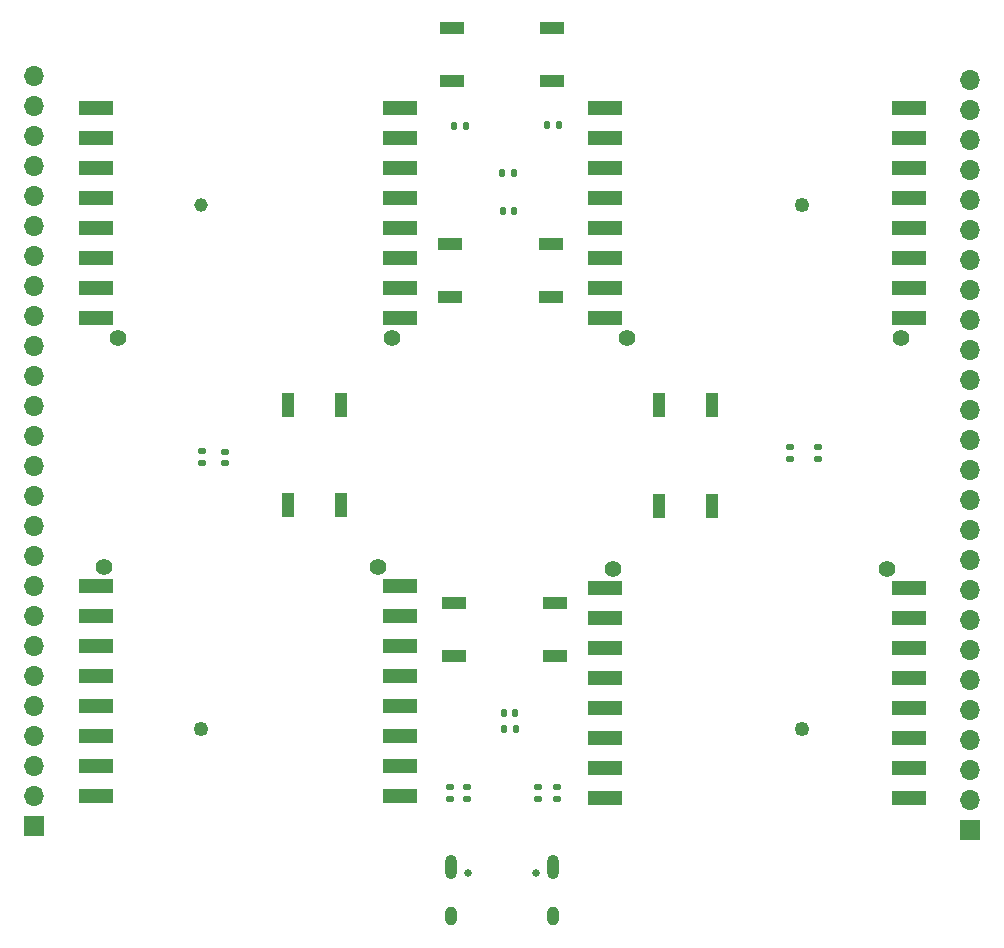
<source format=gbr>
%TF.GenerationSoftware,KiCad,Pcbnew,(6.0.7)*%
%TF.CreationDate,2022-08-29T18:43:20+02:00*%
%TF.ProjectId,UNIclicker,554e4963-6c69-4636-9b65-722e6b696361,rev?*%
%TF.SameCoordinates,Original*%
%TF.FileFunction,Soldermask,Bot*%
%TF.FilePolarity,Negative*%
%FSLAX46Y46*%
G04 Gerber Fmt 4.6, Leading zero omitted, Abs format (unit mm)*
G04 Created by KiCad (PCBNEW (6.0.7)) date 2022-08-29 18:43:20*
%MOMM*%
%LPD*%
G01*
G04 APERTURE LIST*
G04 Aperture macros list*
%AMRoundRect*
0 Rectangle with rounded corners*
0 $1 Rounding radius*
0 $2 $3 $4 $5 $6 $7 $8 $9 X,Y pos of 4 corners*
0 Add a 4 corners polygon primitive as box body*
4,1,4,$2,$3,$4,$5,$6,$7,$8,$9,$2,$3,0*
0 Add four circle primitives for the rounded corners*
1,1,$1+$1,$2,$3*
1,1,$1+$1,$4,$5*
1,1,$1+$1,$6,$7*
1,1,$1+$1,$8,$9*
0 Add four rect primitives between the rounded corners*
20,1,$1+$1,$2,$3,$4,$5,0*
20,1,$1+$1,$4,$5,$6,$7,0*
20,1,$1+$1,$6,$7,$8,$9,0*
20,1,$1+$1,$8,$9,$2,$3,0*%
G04 Aperture macros list end*
%ADD10R,1.700000X1.700000*%
%ADD11O,1.700000X1.700000*%
%ADD12C,1.150000*%
%ADD13C,1.250000*%
%ADD14C,0.650000*%
%ADD15O,1.000000X1.600000*%
%ADD16O,1.000000X2.100000*%
%ADD17RoundRect,0.147500X0.172500X-0.147500X0.172500X0.147500X-0.172500X0.147500X-0.172500X-0.147500X0*%
%ADD18RoundRect,0.135000X0.135000X0.185000X-0.135000X0.185000X-0.135000X-0.185000X0.135000X-0.185000X0*%
%ADD19RoundRect,0.147500X0.147500X0.172500X-0.147500X0.172500X-0.147500X-0.172500X0.147500X-0.172500X0*%
%ADD20RoundRect,0.147500X-0.147500X-0.172500X0.147500X-0.172500X0.147500X0.172500X-0.147500X0.172500X0*%
%ADD21RoundRect,0.135000X0.185000X-0.135000X0.185000X0.135000X-0.185000X0.135000X-0.185000X-0.135000X0*%
%ADD22R,2.159000X1.016000*%
%ADD23R,1.016000X2.159000*%
%ADD24C,1.400000*%
%ADD25R,3.000000X1.300000*%
%ADD26RoundRect,0.135000X-0.135000X-0.185000X0.135000X-0.185000X0.135000X0.185000X-0.135000X0.185000X0*%
%ADD27RoundRect,0.135000X-0.185000X0.135000X-0.185000X-0.135000X0.185000X-0.135000X0.185000X0.135000X0*%
G04 APERTURE END LIST*
D10*
%TO.C,J3*%
X97150000Y-88960000D03*
D11*
X97150000Y-86420000D03*
X97150000Y-83880000D03*
X97150000Y-81340000D03*
X97150000Y-78800000D03*
X97150000Y-76260000D03*
X97150000Y-73720000D03*
X97150000Y-71180000D03*
X97150000Y-68640000D03*
X97150000Y-66100000D03*
X97150000Y-63560000D03*
X97150000Y-61020000D03*
X97150000Y-58480000D03*
X97150000Y-55940000D03*
X97150000Y-53400000D03*
X97150000Y-50860000D03*
X97150000Y-48320000D03*
X97150000Y-45780000D03*
X97150000Y-43240000D03*
X97150000Y-40700000D03*
X97150000Y-38160000D03*
X97150000Y-35620000D03*
X97150000Y-33080000D03*
X97150000Y-30540000D03*
X97150000Y-28000000D03*
X97150000Y-25460000D03*
%TD*%
D12*
%TO.C,CN1*%
X32053000Y-36050000D03*
D13*
X32053000Y-80450000D03*
%TD*%
D14*
%TO.C,CN3*%
X60390000Y-92600000D03*
X54610000Y-92600000D03*
D15*
X53180000Y-96250000D03*
D16*
X53180000Y-92070000D03*
X61820000Y-92070000D03*
D15*
X61820000Y-96250000D03*
%TD*%
D10*
%TO.C,J2*%
X17900000Y-88625000D03*
D11*
X17900000Y-86085000D03*
X17900000Y-83545000D03*
X17900000Y-81005000D03*
X17900000Y-78465000D03*
X17900000Y-75925000D03*
X17900000Y-73385000D03*
X17900000Y-70845000D03*
X17900000Y-68305000D03*
X17900000Y-65765000D03*
X17900000Y-63225000D03*
X17900000Y-60685000D03*
X17900000Y-58145000D03*
X17900000Y-55605000D03*
X17900000Y-53065000D03*
X17900000Y-50525000D03*
X17900000Y-47985000D03*
X17900000Y-45445000D03*
X17900000Y-42905000D03*
X17900000Y-40365000D03*
X17900000Y-37825000D03*
X17900000Y-35285000D03*
X17900000Y-32745000D03*
X17900000Y-30205000D03*
X17900000Y-27665000D03*
X17900000Y-25125000D03*
%TD*%
D13*
%TO.C,CN2*%
X82930000Y-36050000D03*
X82930000Y-80450000D03*
%TD*%
D17*
%TO.C,LED5*%
X81950000Y-57535000D03*
X81950000Y-56565000D03*
%TD*%
D18*
%TO.C,R29*%
X58535000Y-33375000D03*
X57515000Y-33375000D03*
%TD*%
D19*
%TO.C,LED4*%
X58585000Y-36600000D03*
X57615000Y-36600000D03*
%TD*%
D17*
%TO.C,LED1*%
X54525000Y-86335000D03*
X54525000Y-85365000D03*
%TD*%
D20*
%TO.C,LED6*%
X57690000Y-79075000D03*
X58660000Y-79075000D03*
%TD*%
D21*
%TO.C,R31*%
X84300000Y-57535000D03*
X84300000Y-56515000D03*
%TD*%
D22*
%TO.C,T2*%
X53150000Y-43875000D03*
X61650000Y-43875000D03*
X53150000Y-39375000D03*
X61650000Y-39375000D03*
%TD*%
D17*
%TO.C,LED2*%
X60575000Y-86310000D03*
X60575000Y-85340000D03*
%TD*%
D23*
%TO.C,T1*%
X43875000Y-61450000D03*
X43875000Y-52950000D03*
X39375000Y-61450000D03*
X39375000Y-52950000D03*
%TD*%
D24*
%TO.C,MIKROBUS4*%
X23850000Y-66675000D03*
X47050000Y-66675000D03*
D25*
X23170000Y-86115000D03*
X23170000Y-83575000D03*
X23170000Y-81035000D03*
X23170000Y-78495000D03*
X23170000Y-75955000D03*
X23170000Y-73415000D03*
X23170000Y-70875000D03*
X23170000Y-68335000D03*
X48930000Y-68335000D03*
X48930000Y-70875000D03*
X48930000Y-73415000D03*
X48930000Y-75955000D03*
X48930000Y-78495000D03*
X48930000Y-81035000D03*
X48930000Y-83575000D03*
X48930000Y-86115000D03*
%TD*%
D21*
%TO.C,R30*%
X32150000Y-57935000D03*
X32150000Y-56915000D03*
%TD*%
D26*
%TO.C,R32*%
X57665000Y-80425000D03*
X58685000Y-80425000D03*
%TD*%
D17*
%TO.C,LED3*%
X34085000Y-57935000D03*
X34085000Y-56965000D03*
%TD*%
D22*
%TO.C,T4*%
X61975000Y-69750000D03*
X53475000Y-69750000D03*
X61975000Y-74250000D03*
X53475000Y-74250000D03*
%TD*%
D23*
%TO.C,T3*%
X70850000Y-53025000D03*
X70850000Y-61525000D03*
X75350000Y-53025000D03*
X75350000Y-61525000D03*
%TD*%
D21*
%TO.C,R3*%
X62175000Y-86335000D03*
X62175000Y-85315000D03*
%TD*%
D27*
%TO.C,R15*%
X53125000Y-85315000D03*
X53125000Y-86335000D03*
%TD*%
D24*
%TO.C,MIKROBUS2*%
X48250000Y-47275000D03*
X25050000Y-47275000D03*
D25*
X48930000Y-27835000D03*
X48930000Y-30375000D03*
X48930000Y-32915000D03*
X48930000Y-35455000D03*
X48930000Y-37995000D03*
X48930000Y-40535000D03*
X48930000Y-43075000D03*
X48930000Y-45615000D03*
X23170000Y-45615000D03*
X23170000Y-43075000D03*
X23170000Y-40535000D03*
X23170000Y-37995000D03*
X23170000Y-35455000D03*
X23170000Y-32915000D03*
X23170000Y-30375000D03*
X23170000Y-27835000D03*
%TD*%
D24*
%TO.C,MIKROBUS3*%
X66900000Y-66850000D03*
X90100000Y-66850000D03*
D25*
X66220000Y-86290000D03*
X66220000Y-83750000D03*
X66220000Y-81210000D03*
X66220000Y-78670000D03*
X66220000Y-76130000D03*
X66220000Y-73590000D03*
X66220000Y-71050000D03*
X66220000Y-68510000D03*
X91980000Y-68510000D03*
X91980000Y-71050000D03*
X91980000Y-73590000D03*
X91980000Y-76130000D03*
X91980000Y-78670000D03*
X91980000Y-81210000D03*
X91980000Y-83750000D03*
X91980000Y-86290000D03*
%TD*%
D18*
%TO.C,R43*%
X62360000Y-29275000D03*
X61340000Y-29275000D03*
%TD*%
D24*
%TO.C,MIKROBUS1*%
X91300000Y-47275000D03*
X68100000Y-47275000D03*
D25*
X91980000Y-27835000D03*
X91980000Y-30375000D03*
X91980000Y-32915000D03*
X91980000Y-35455000D03*
X91980000Y-37995000D03*
X91980000Y-40535000D03*
X91980000Y-43075000D03*
X91980000Y-45615000D03*
X66220000Y-45615000D03*
X66220000Y-43075000D03*
X66220000Y-40535000D03*
X66220000Y-37995000D03*
X66220000Y-35455000D03*
X66220000Y-32915000D03*
X66220000Y-30375000D03*
X66220000Y-27835000D03*
%TD*%
D22*
%TO.C,T5*%
X61775000Y-21075000D03*
X53275000Y-21075000D03*
X61775000Y-25575000D03*
X53275000Y-25575000D03*
%TD*%
D26*
%TO.C,R42*%
X53440000Y-29325000D03*
X54460000Y-29325000D03*
%TD*%
M02*

</source>
